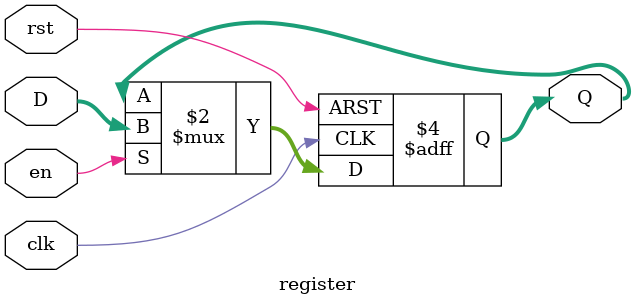
<source format=sv>

module register
#(
parameter WIDTH = 8
)
(
input logic [WIDTH-1: 0] D, // D input to the register
input logic en, // enable. Assert high to load D into the register
input logic clk, rst, // clock and reset. Assert rst high to clear the register
output logic [WIDTH-1:0] Q // Q output from the register
);

always @(posedge clk or posedge rst) begin
if(rst)
Q<=0;
else begin
	if(en)
	Q<=D;
end

end

endmodule
</source>
